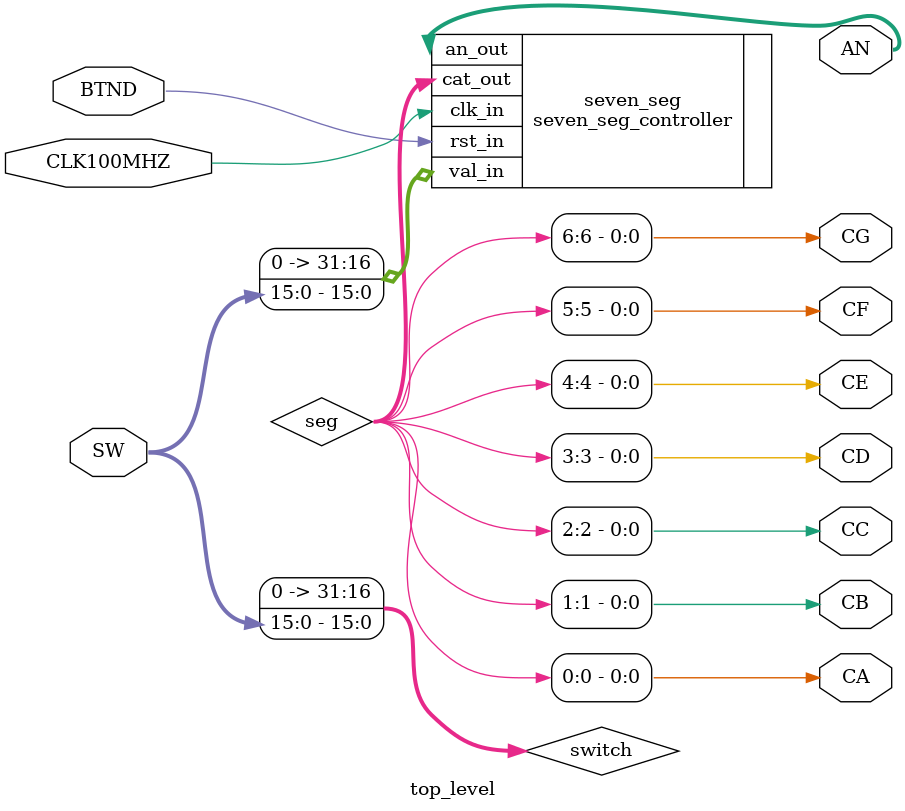
<source format=sv>
module top_level(
    input logic [15:0] SW,
    input logic BTND,
    input logic CLK100MHZ,
    output logic CA,
    output logic CB,
    output logic CC,
    output logic CD,
    output logic CE,
    output logic CF,
    output logic CG,
    output logic [7:0] AN
    );

    logic [6:0] seg;
    logic [31:0] switch;
    
    assign seg[6:0] = {CG,CF,CE,CD,CC,CB,CA}; 
    assign switch[31:16] = 32'd0;
    assign switch[15:0] = SW[15:0];


    seven_seg_controller seven_seg (.clk_in(CLK100MHZ),
                                    .rst_in(BTND),
                                    .val_in(switch),
                                    .cat_out(seg),
                                    .an_out(AN));

endmodule
</source>
